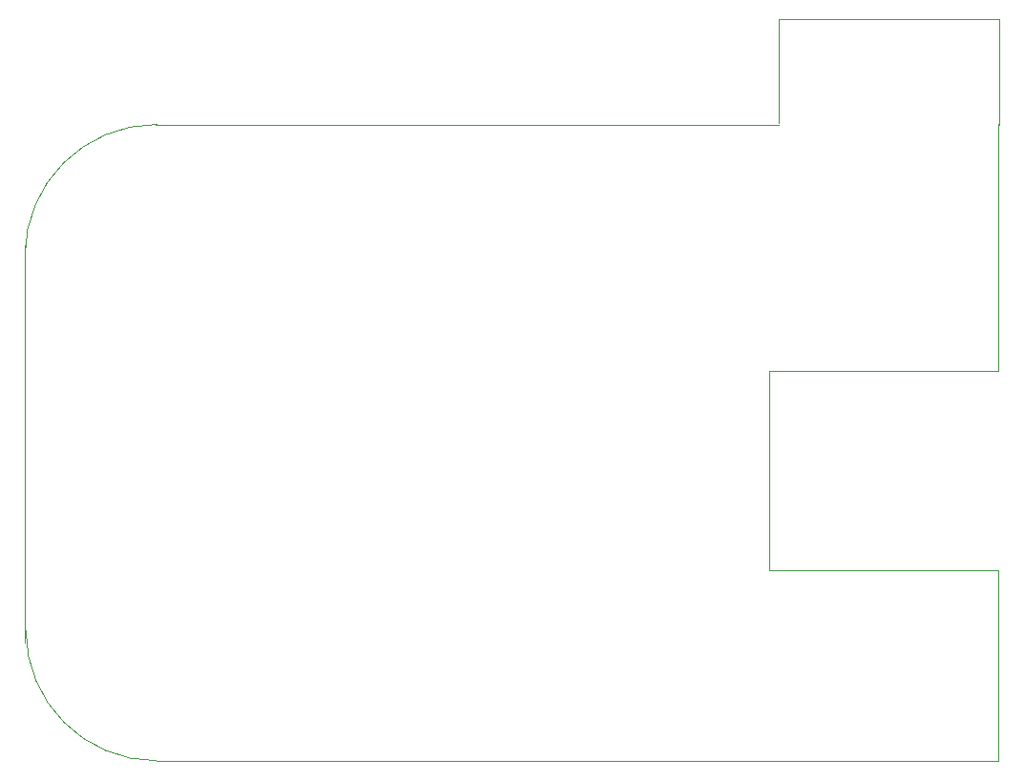
<source format=gbr>
G04 #@! TF.FileFunction,Profile,NP*
%FSLAX46Y46*%
G04 Gerber Fmt 4.6, Leading zero omitted, Abs format (unit mm)*
G04 Created by KiCad (PCBNEW 4.0.2+e4-6225~38~ubuntu15.10.1-stable) date Seg 30 Mai 2016 09:09:38 BRT*
%MOMM*%
G01*
G04 APERTURE LIST*
%ADD10C,0.100000*%
G04 APERTURE END LIST*
D10*
X116967000Y-76835000D02*
X172212000Y-76835000D01*
X191770000Y-67437000D02*
X191643000Y-67437000D01*
X191770000Y-76835000D02*
X191770000Y-67437000D01*
X172212000Y-67437000D02*
X191643000Y-67437000D01*
X172212000Y-76708000D02*
X172212000Y-67437000D01*
X184700000Y-116400000D02*
X184725000Y-116400000D01*
X191750000Y-133334000D02*
X191750000Y-116400000D01*
X117035000Y-133334000D02*
X191750000Y-133334000D01*
X105360000Y-87500000D02*
X105360000Y-122825000D01*
X105435000Y-121725000D02*
G75*
G03X117035000Y-133325000I11600000J0D01*
G01*
X117035000Y-76825000D02*
G75*
G03X105360000Y-88500000I0J-11675000D01*
G01*
X171425000Y-116400000D02*
X191750000Y-116400000D01*
X171425000Y-98675000D02*
X171425000Y-116400000D01*
X191750000Y-98675000D02*
X171425000Y-98675000D01*
X191750000Y-76787500D02*
X191750000Y-98675000D01*
M02*

</source>
